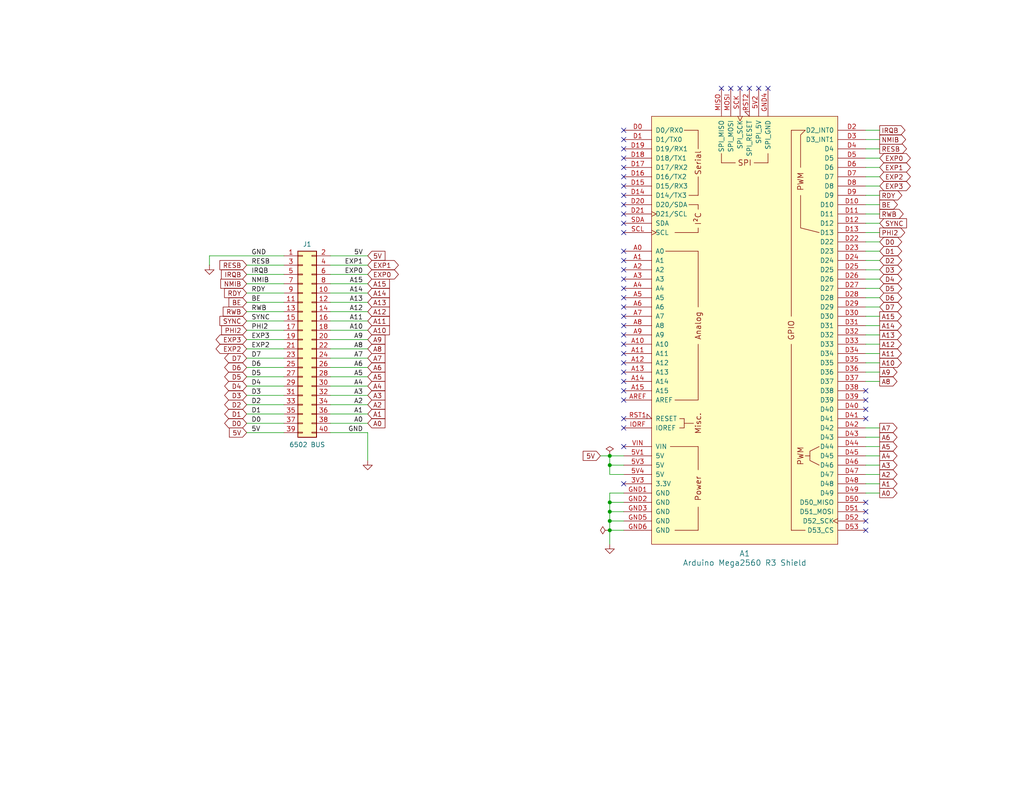
<source format=kicad_sch>
(kicad_sch (version 20250114) (generator "eeschema") (generator_version "9.0")
  (paper "USLetter")
  (title_block (title "6502 Mega Helper") (date "2026-01-10") (rev "1.0") (company "A.C. Wright Design"))
  (lib_symbols
    (symbol "6502 Parts:Arduino Mega2560 R3 Shield" (pin_names (offset 1.016))
      (property "Reference" "A" (at 0 -62.23 0))
      (property "Value" "Arduino Mega2560 R3 Shield" (at 0 -66.04 0))
      (symbol "Arduino Mega2560 R3 Shield_0_0"
        (rectangle (start -25.4 -58.42) (end 25.4 58.42) (fill (type background)))
        (polyline (pts (xy -21.59 21.59) (xy -12.7 21.59)))
        (rectangle (start -20.32 -31.75) (end -12.7 -31.75))
        (rectangle (start -19.05 26.67) (end -12.7 26.67))
        (rectangle (start -19.05 -19.05) (end -12.7 -19.05))
        (rectangle (start -19.05 -54.61) (end -12.7 -54.61))
        (rectangle (start -17.78 -24.13) (end -16.51 -24.13))
        (rectangle (start -17.78 -26.67) (end -16.51 -26.67))
        (rectangle (start -16.51 54.61) (end -12.7 54.61))
        (rectangle (start -16.51 -24.13) (end -16.51 -26.67))
        (rectangle (start -16.51 -25.4) (end -13.97 -25.4))
        (rectangle (start -15.24 36.83) (end -12.7 36.83))
        (rectangle (start -15.24 34.29) (end -12.7 34.29))
        (rectangle (start -12.7 49.53) (end -12.7 54.61))
        (rectangle (start -12.7 41.91) (end -12.7 36.83))
        (rectangle (start -12.7 34.29) (end -12.7 33.02))
        (rectangle (start -12.7 26.67) (end -12.7 27.94))
        (polyline (pts (xy -12.7 6.35) (xy -12.7 21.59)))
        (polyline (pts (xy -12.7 -19.05) (xy -12.7 -3.81)))
        (rectangle (start -12.7 -31.75) (end -12.7 -38.1))
        (rectangle (start -12.7 -54.61) (end -12.7 -48.26))
        (rectangle (start -6.35 48.26) (end -6.35 45.72))
        (rectangle (start -2.54 45.72) (end -6.35 45.72))
        (rectangle (start 6.35 48.26) (end 6.35 45.72))
        (rectangle (start 6.35 45.72) (end 2.54 45.72))
        (polyline (pts (xy 12.7 54.61) (xy 16.51 54.61)))
        (polyline (pts (xy 12.7 -54.61) (xy 16.51 -54.61)))
        (polyline (pts (xy 15.24 44.45) (xy 15.24 53.34) (xy 16.51 54.61)))
        (polyline (pts (xy 15.24 36.83) (xy 15.24 27.94) (xy 20.32 26.67)))
        (polyline (pts (xy 17.78 -34.29) (xy 16.51 -34.29)))
        (polyline (pts (xy 20.32 -31.75) (xy 17.78 -33.02) (xy 17.78 -35.56) (xy 20.32 -36.83)))
        (text "Serial" (at -12.7 45.72 900) (effects (font (size 1.524 1.524))))
        (text "I²C" (at -12.7 30.48 900) (effects (font (size 1.524 1.524))))
        (text "Analog" (at -12.7 1.27 900) (effects (font (size 1.524 1.524))))
        (text "Misc." (at -12.7 -25.4 900) (effects (font (size 1.524 1.524))))
        (text "Power" (at -12.7 -43.18 900) (effects (font (size 1.524 1.524))))
        (text "SPI" (at 0 45.72 0) (effects (font (size 1.524 1.524))))
        (text "PWM" (at 15.24 40.64 900) (effects (font (size 1.524 1.524))))
        (text "PWM" (at 15.24 -34.29 900) (effects (font (size 1.524 1.524))))
      )
      (symbol "Arduino Mega2560 R3 Shield_1_0"
        (rectangle (start 12.7 54.61) (end 12.7 3.81))
        (rectangle (start 12.7 -54.61) (end 12.7 -3.81))
        (text "GPIO" (at 12.7 0 900) (effects (font (size 1.524 1.524))))
      )
      (symbol "Arduino Mega2560 R3 Shield_1_1"
        (pin bidirectional line (at -33.02 54.61 0) (length 7.62) (name "D0/RX0") (number "D0"))
        (pin bidirectional line (at -33.02 52.07 0) (length 7.62) (name "D1/TX0") (number "D1"))
        (pin bidirectional line (at -33.02 49.53 0) (length 7.62) (name "D19/RX1") (number "D19"))
        (pin bidirectional line (at -33.02 46.99 0) (length 7.62) (name "D18/TX1") (number "D18"))
        (pin bidirectional line (at -33.02 44.45 0) (length 7.62) (name "D17/RX2") (number "D17"))
        (pin bidirectional line (at -33.02 41.91 0) (length 7.62) (name "D16/TX2") (number "D16"))
        (pin bidirectional line (at -33.02 39.37 0) (length 7.62) (name "D15/RX3") (number "D15"))
        (pin bidirectional line (at -33.02 36.83 0) (length 7.62) (name "D14/TX3") (number "D14"))
        (pin bidirectional line (at -33.02 34.29 0) (length 7.62) (name "D20/SDA") (number "D20"))
        (pin bidirectional clock (at -33.02 31.75 0) (length 7.62) (name "D21/SCL") (number "D21"))
        (pin bidirectional line (at -33.02 29.21 0) (length 7.62) (name "SDA") (number "SDA"))
        (pin bidirectional clock (at -33.02 26.67 0) (length 7.62) (name "SCL") (number "SCL"))
        (pin bidirectional line (at -33.02 21.59 0) (length 7.62) (name "A0") (number "A0"))
        (pin bidirectional line (at -33.02 19.05 0) (length 7.62) (name "A1") (number "A1"))
        (pin bidirectional line (at -33.02 16.51 0) (length 7.62) (name "A2") (number "A2"))
        (pin bidirectional line (at -33.02 13.97 0) (length 7.62) (name "A3") (number "A3"))
        (pin bidirectional line (at -33.02 11.43 0) (length 7.62) (name "A4") (number "A4"))
        (pin bidirectional line (at -33.02 8.89 0) (length 7.62) (name "A5") (number "A5"))
        (pin bidirectional line (at -33.02 6.35 0) (length 7.62) (name "A6") (number "A6"))
        (pin bidirectional line (at -33.02 3.81 0) (length 7.62) (name "A7") (number "A7"))
        (pin bidirectional line (at -33.02 1.27 0) (length 7.62) (name "A8") (number "A8"))
        (pin bidirectional line (at -33.02 -1.27 0) (length 7.62) (name "A9") (number "A9"))
        (pin bidirectional line (at -33.02 -3.81 0) (length 7.62) (name "A10") (number "A10"))
        (pin bidirectional line (at -33.02 -6.35 0) (length 7.62) (name "A11") (number "A11"))
        (pin bidirectional line (at -33.02 -8.89 0) (length 7.62) (name "A12") (number "A12"))
        (pin bidirectional line (at -33.02 -11.43 0) (length 7.62) (name "A13") (number "A13"))
        (pin bidirectional line (at -33.02 -13.97 0) (length 7.62) (name "A14") (number "A14"))
        (pin bidirectional line (at -33.02 -16.51 0) (length 7.62) (name "A15") (number "A15"))
        (pin input line (at -33.02 -19.05 0) (length 7.62) (name "AREF") (number "AREF"))
        (pin open_collector input_low (at -33.02 -24.13 0) (length 7.62) (name "RESET") (number "RST1"))
        (pin output line (at -33.02 -26.67 0) (length 7.62) (name "IOREF") (number "IORF"))
        (pin power_in line (at -33.02 -31.75 0) (length 7.62) (name "VIN") (number "VIN"))
        (pin power_in line (at -33.02 -34.29 0) (length 7.62) (name "5V") (number "5V1"))
        (pin power_in line (at -33.02 -36.83 0) (length 7.62) (name "5V") (number "5V3"))
        (pin power_in line (at -33.02 -39.37 0) (length 7.62) (name "5V") (number "5V4"))
        (pin power_out line (at -33.02 -41.91 0) (length 7.62) (name "3.3V") (number "3V3"))
        (pin power_in line (at -33.02 -44.45 0) (length 7.62) (name "GND") (number "GND1"))
        (pin power_in line (at -33.02 -46.99 0) (length 7.62) (name "GND") (number "GND2"))
        (pin power_in line (at -33.02 -49.53 0) (length 7.62) (name "GND") (number "GND3"))
        (pin power_in line (at -33.02 -52.07 0) (length 7.62) (name "GND") (number "GND5"))
        (pin power_in line (at -33.02 -54.61 0) (length 7.62) (name "GND") (number "GND6"))
        (pin input line (at -6.35 66.04 270) (length 7.62) (name "SPI_MISO") (number "MISO"))
        (pin output line (at -3.81 66.04 270) (length 7.62) (name "SPI_MOSI") (number "MOSI"))
        (pin output clock (at -1.27 66.04 270) (length 7.62) (name "SPI_SCK") (number "SCK"))
        (pin open_collector input_low (at 1.27 66.04 270) (length 7.62) (name "SPI_RESET") (number "RST2"))
        (pin power_in line (at 3.81 66.04 270) (length 7.62) (name "SPI_5V") (number "5V2"))
        (pin power_in line (at 6.35 66.04 270) (length 7.62) (name "SPI_GND") (number "GND4"))
        (pin bidirectional line (at 33.02 54.61 180) (length 7.62) (name "D2_INT0") (number "D2"))
        (pin bidirectional line (at 33.02 52.07 180) (length 7.62) (name "D3_INT1") (number "D3"))
        (pin bidirectional line (at 33.02 49.53 180) (length 7.62) (name "D4") (number "D4"))
        (pin bidirectional line (at 33.02 46.99 180) (length 7.62) (name "D5") (number "D5"))
        (pin bidirectional line (at 33.02 44.45 180) (length 7.62) (name "D6") (number "D6"))
        (pin bidirectional line (at 33.02 41.91 180) (length 7.62) (name "D7") (number "D7"))
        (pin bidirectional line (at 33.02 39.37 180) (length 7.62) (name "D8") (number "D8"))
        (pin bidirectional line (at 33.02 36.83 180) (length 7.62) (name "D9") (number "D9"))
        (pin bidirectional line (at 33.02 34.29 180) (length 7.62) (name "D10") (number "D10"))
        (pin bidirectional line (at 33.02 31.75 180) (length 7.62) (name "D11") (number "D11"))
        (pin bidirectional line (at 33.02 29.21 180) (length 7.62) (name "D12") (number "D12"))
        (pin bidirectional line (at 33.02 26.67 180) (length 7.62) (name "D13") (number "D13"))
        (pin bidirectional line (at 33.02 24.13 180) (length 7.62) (name "D22") (number "D22"))
        (pin bidirectional line (at 33.02 21.59 180) (length 7.62) (name "D23") (number "D23"))
        (pin bidirectional line (at 33.02 19.05 180) (length 7.62) (name "D24") (number "D24"))
        (pin bidirectional line (at 33.02 16.51 180) (length 7.62) (name "D25") (number "D25"))
        (pin bidirectional line (at 33.02 13.97 180) (length 7.62) (name "D26") (number "D26"))
        (pin bidirectional line (at 33.02 11.43 180) (length 7.62) (name "D27") (number "D27"))
        (pin bidirectional line (at 33.02 8.89 180) (length 7.62) (name "D28") (number "D28"))
        (pin bidirectional line (at 33.02 6.35 180) (length 7.62) (name "D29") (number "D29"))
        (pin bidirectional line (at 33.02 3.81 180) (length 7.62) (name "D30") (number "D30"))
        (pin bidirectional line (at 33.02 1.27 180) (length 7.62) (name "D31") (number "D31"))
        (pin bidirectional line (at 33.02 -1.27 180) (length 7.62) (name "D32") (number "D32"))
        (pin bidirectional line (at 33.02 -3.81 180) (length 7.62) (name "D33") (number "D33"))
        (pin bidirectional line (at 33.02 -6.35 180) (length 7.62) (name "D34") (number "D34"))
        (pin bidirectional line (at 33.02 -8.89 180) (length 7.62) (name "D35") (number "D35"))
        (pin bidirectional line (at 33.02 -11.43 180) (length 7.62) (name "D36") (number "D36"))
        (pin bidirectional line (at 33.02 -13.97 180) (length 7.62) (name "D37") (number "D37"))
        (pin bidirectional line (at 33.02 -16.51 180) (length 7.62) (name "D38") (number "D38"))
        (pin bidirectional line (at 33.02 -19.05 180) (length 7.62) (name "D39") (number "D39"))
        (pin bidirectional line (at 33.02 -21.59 180) (length 7.62) (name "D40") (number "D40"))
        (pin bidirectional line (at 33.02 -24.13 180) (length 7.62) (name "D41") (number "D41"))
        (pin bidirectional line (at 33.02 -26.67 180) (length 7.62) (name "D42") (number "D42"))
        (pin bidirectional line (at 33.02 -29.21 180) (length 7.62) (name "D43") (number "D43"))
        (pin bidirectional line (at 33.02 -31.75 180) (length 7.62) (name "D44") (number "D44"))
        (pin bidirectional line (at 33.02 -34.29 180) (length 7.62) (name "D45") (number "D45"))
        (pin bidirectional line (at 33.02 -36.83 180) (length 7.62) (name "D46") (number "D46"))
        (pin bidirectional line (at 33.02 -39.37 180) (length 7.62) (name "D47") (number "D47"))
        (pin bidirectional line (at 33.02 -41.91 180) (length 7.62) (name "D48") (number "D48"))
        (pin bidirectional line (at 33.02 -44.45 180) (length 7.62) (name "D49") (number "D49"))
        (pin bidirectional line (at 33.02 -46.99 180) (length 7.62) (name "D50_MISO") (number "D50"))
        (pin bidirectional line (at 33.02 -49.53 180) (length 7.62) (name "D51_MOSI") (number "D51"))
        (pin bidirectional clock (at 33.02 -52.07 180) (length 7.62) (name "D52_SCK") (number "D52"))
        (pin bidirectional line (at 33.02 -54.61 180) (length 7.62) (name "D53_CS") (number "D53"))
      )
    )
    (symbol "Connector_Generic:Conn_02x20_Odd_Even" (pin_names (offset 1.016) (hide yes))
      (property "Reference" "J" (at 1.27 25.4 0))
      (property "Value" "Conn_02x20_Odd_Even" (at 1.27 -27.94 0))
      (symbol "Conn_02x20_Odd_Even_1_1"
        (rectangle (start -1.27 24.13) (end 3.81 -26.67) (stroke (width 0.254)) (fill (type background)))
        (rectangle (start -1.27 22.987) (end 0 22.733) (stroke (width 0.1524)))
        (rectangle (start -1.27 20.447) (end 0 20.193) (stroke (width 0.1524)))
        (rectangle (start -1.27 17.907) (end 0 17.653) (stroke (width 0.1524)))
        (rectangle (start -1.27 15.367) (end 0 15.113) (stroke (width 0.1524)))
        (rectangle (start -1.27 12.827) (end 0 12.573) (stroke (width 0.1524)))
        (rectangle (start -1.27 10.287) (end 0 10.033) (stroke (width 0.1524)))
        (rectangle (start -1.27 7.747) (end 0 7.493) (stroke (width 0.1524)))
        (rectangle (start -1.27 5.207) (end 0 4.953) (stroke (width 0.1524)))
        (rectangle (start -1.27 2.667) (end 0 2.413) (stroke (width 0.1524)))
        (rectangle (start -1.27 0.127) (end 0 -0.127) (stroke (width 0.1524)))
        (rectangle (start -1.27 -2.413) (end 0 -2.667) (stroke (width 0.1524)))
        (rectangle (start -1.27 -4.953) (end 0 -5.207) (stroke (width 0.1524)))
        (rectangle (start -1.27 -7.493) (end 0 -7.747) (stroke (width 0.1524)))
        (rectangle (start -1.27 -10.033) (end 0 -10.287) (stroke (width 0.1524)))
        (rectangle (start -1.27 -12.573) (end 0 -12.827) (stroke (width 0.1524)))
        (rectangle (start -1.27 -15.113) (end 0 -15.367) (stroke (width 0.1524)))
        (rectangle (start -1.27 -17.653) (end 0 -17.907) (stroke (width 0.1524)))
        (rectangle (start -1.27 -20.193) (end 0 -20.447) (stroke (width 0.1524)))
        (rectangle (start -1.27 -22.733) (end 0 -22.987) (stroke (width 0.1524)))
        (rectangle (start -1.27 -25.273) (end 0 -25.527) (stroke (width 0.1524)))
        (rectangle (start 3.81 22.987) (end 2.54 22.733) (stroke (width 0.1524)))
        (rectangle (start 3.81 20.447) (end 2.54 20.193) (stroke (width 0.1524)))
        (rectangle (start 3.81 17.907) (end 2.54 17.653) (stroke (width 0.1524)))
        (rectangle (start 3.81 15.367) (end 2.54 15.113) (stroke (width 0.1524)))
        (rectangle (start 3.81 12.827) (end 2.54 12.573) (stroke (width 0.1524)))
        (rectangle (start 3.81 10.287) (end 2.54 10.033) (stroke (width 0.1524)))
        (rectangle (start 3.81 7.747) (end 2.54 7.493) (stroke (width 0.1524)))
        (rectangle (start 3.81 5.207) (end 2.54 4.953) (stroke (width 0.1524)))
        (rectangle (start 3.81 2.667) (end 2.54 2.413) (stroke (width 0.1524)))
        (rectangle (start 3.81 0.127) (end 2.54 -0.127) (stroke (width 0.1524)))
        (rectangle (start 3.81 -2.413) (end 2.54 -2.667) (stroke (width 0.1524)))
        (rectangle (start 3.81 -4.953) (end 2.54 -5.207) (stroke (width 0.1524)))
        (rectangle (start 3.81 -7.493) (end 2.54 -7.747) (stroke (width 0.1524)))
        (rectangle (start 3.81 -10.033) (end 2.54 -10.287) (stroke (width 0.1524)))
        (rectangle (start 3.81 -12.573) (end 2.54 -12.827) (stroke (width 0.1524)))
        (rectangle (start 3.81 -15.113) (end 2.54 -15.367) (stroke (width 0.1524)))
        (rectangle (start 3.81 -17.653) (end 2.54 -17.907) (stroke (width 0.1524)))
        (rectangle (start 3.81 -20.193) (end 2.54 -20.447) (stroke (width 0.1524)))
        (rectangle (start 3.81 -22.733) (end 2.54 -22.987) (stroke (width 0.1524)))
        (rectangle (start 3.81 -25.273) (end 2.54 -25.527) (stroke (width 0.1524)))
        (pin passive line (at -5.08 22.86 0) (length 3.81) (name "Pin_1") (number "1"))
        (pin passive line (at -5.08 20.32 0) (length 3.81) (name "Pin_3") (number "3"))
        (pin passive line (at -5.08 17.78 0) (length 3.81) (name "Pin_5") (number "5"))
        (pin passive line (at -5.08 15.24 0) (length 3.81) (name "Pin_7") (number "7"))
        (pin passive line (at -5.08 12.7 0) (length 3.81) (name "Pin_9") (number "9"))
        (pin passive line (at -5.08 10.16 0) (length 3.81) (name "Pin_11") (number "11"))
        (pin passive line (at -5.08 7.62 0) (length 3.81) (name "Pin_13") (number "13"))
        (pin passive line (at -5.08 5.08 0) (length 3.81) (name "Pin_15") (number "15"))
        (pin passive line (at -5.08 2.54 0) (length 3.81) (name "Pin_17") (number "17"))
        (pin passive line (at -5.08 0 0) (length 3.81) (name "Pin_19") (number "19"))
        (pin passive line (at -5.08 -2.54 0) (length 3.81) (name "Pin_21") (number "21"))
        (pin passive line (at -5.08 -5.08 0) (length 3.81) (name "Pin_23") (number "23"))
        (pin passive line (at -5.08 -7.62 0) (length 3.81) (name "Pin_25") (number "25"))
        (pin passive line (at -5.08 -10.16 0) (length 3.81) (name "Pin_27") (number "27"))
        (pin passive line (at -5.08 -12.7 0) (length 3.81) (name "Pin_29") (number "29"))
        (pin passive line (at -5.08 -15.24 0) (length 3.81) (name "Pin_31") (number "31"))
        (pin passive line (at -5.08 -17.78 0) (length 3.81) (name "Pin_33") (number "33"))
        (pin passive line (at -5.08 -20.32 0) (length 3.81) (name "Pin_35") (number "35"))
        (pin passive line (at -5.08 -22.86 0) (length 3.81) (name "Pin_37") (number "37"))
        (pin passive line (at -5.08 -25.4 0) (length 3.81) (name "Pin_39") (number "39"))
        (pin passive line (at 7.62 22.86 180) (length 3.81) (name "Pin_2") (number "2"))
        (pin passive line (at 7.62 20.32 180) (length 3.81) (name "Pin_4") (number "4"))
        (pin passive line (at 7.62 17.78 180) (length 3.81) (name "Pin_6") (number "6"))
        (pin passive line (at 7.62 15.24 180) (length 3.81) (name "Pin_8") (number "8"))
        (pin passive line (at 7.62 12.7 180) (length 3.81) (name "Pin_10") (number "10"))
        (pin passive line (at 7.62 10.16 180) (length 3.81) (name "Pin_12") (number "12"))
        (pin passive line (at 7.62 7.62 180) (length 3.81) (name "Pin_14") (number "14"))
        (pin passive line (at 7.62 5.08 180) (length 3.81) (name "Pin_16") (number "16"))
        (pin passive line (at 7.62 2.54 180) (length 3.81) (name "Pin_18") (number "18"))
        (pin passive line (at 7.62 0 180) (length 3.81) (name "Pin_20") (number "20"))
        (pin passive line (at 7.62 -2.54 180) (length 3.81) (name "Pin_22") (number "22"))
        (pin passive line (at 7.62 -5.08 180) (length 3.81) (name "Pin_24") (number "24"))
        (pin passive line (at 7.62 -7.62 180) (length 3.81) (name "Pin_26") (number "26"))
        (pin passive line (at 7.62 -10.16 180) (length 3.81) (name "Pin_28") (number "28"))
        (pin passive line (at 7.62 -12.7 180) (length 3.81) (name "Pin_30") (number "30"))
        (pin passive line (at 7.62 -15.24 180) (length 3.81) (name "Pin_32") (number "32"))
        (pin passive line (at 7.62 -17.78 180) (length 3.81) (name "Pin_34") (number "34"))
        (pin passive line (at 7.62 -20.32 180) (length 3.81) (name "Pin_36") (number "36"))
        (pin passive line (at 7.62 -22.86 180) (length 3.81) (name "Pin_38") (number "38"))
        (pin passive line (at 7.62 -25.4 180) (length 3.81) (name "Pin_40") (number "40"))
      )
    )
    (symbol "power:GND" (power) (pin_numbers (hide yes)) (pin_names (offset 0) (hide yes))
      (property "Value" "GND" (at 0 -3.81 0))
      (symbol "GND_0_1"
        (polyline (pts (xy 0 0) (xy 0 -1.27) (xy 1.27 -1.27) (xy 0 -2.54) (xy -1.27 -1.27) (xy 0 -1.27)))
      )
      (symbol "GND_1_1"
        (pin power_in line (at 0 0 270) (length 0) (name "~") (number "1"))
      )
    )
    (symbol "power:PWR_FLAG" (power) (pin_numbers (hide yes)) (pin_names (offset 0) (hide yes))
      (property "Value" "PWR_FLAG" (at 0 3.81 0))
      (symbol "PWR_FLAG_0_0"
        (pin power_out line (at 0 0 90) (length 0) (name "~") (number "1"))
      )
      (symbol "PWR_FLAG_0_1"
        (polyline (pts (xy 0 0) (xy 0 1.27) (xy -1.016 1.905) (xy 0 2.54) (xy 1.016 1.905) (xy 0 1.27)))
      )
    )
  )
  (junction (at 166.37 139.7))
  (junction (at 166.37 137.16))
  (junction (at 166.37 124.46))
  (junction (at 166.37 144.78))
  (junction (at 166.37 142.24))
  (junction (at 166.37 127))
  (no_connect (at 170.18 53.34))
  (no_connect (at 170.18 83.82))
  (no_connect (at 207.01 24.13))
  (no_connect (at 201.93 24.13))
  (no_connect (at 170.18 45.72))
  (no_connect (at 204.47 24.13))
  (no_connect (at 170.18 38.1))
  (no_connect (at 170.18 76.2))
  (no_connect (at 170.18 48.26))
  (no_connect (at 170.18 116.84))
  (no_connect (at 170.18 132.08))
  (no_connect (at 170.18 60.96))
  (no_connect (at 170.18 58.42))
  (no_connect (at 236.22 142.24))
  (no_connect (at 170.18 109.22))
  (no_connect (at 170.18 121.92))
  (no_connect (at 170.18 96.52))
  (no_connect (at 236.22 111.76))
  (no_connect (at 170.18 55.88))
  (no_connect (at 170.18 81.28))
  (no_connect (at 170.18 35.56))
  (no_connect (at 170.18 86.36))
  (no_connect (at 170.18 106.68))
  (no_connect (at 170.18 101.6))
  (no_connect (at 196.85 24.13))
  (no_connect (at 170.18 73.66))
  (no_connect (at 170.18 93.98))
  (no_connect (at 170.18 99.06))
  (no_connect (at 236.22 114.3))
  (no_connect (at 170.18 68.58))
  (no_connect (at 170.18 63.5))
  (no_connect (at 236.22 144.78))
  (no_connect (at 209.55 24.13))
  (no_connect (at 236.22 137.16))
  (no_connect (at 199.39 24.13))
  (no_connect (at 170.18 91.44))
  (no_connect (at 170.18 50.8))
  (no_connect (at 170.18 43.18))
  (no_connect (at 170.18 114.3))
  (no_connect (at 236.22 109.22))
  (no_connect (at 170.18 88.9))
  (no_connect (at 170.18 78.74))
  (no_connect (at 170.18 40.64))
  (no_connect (at 170.18 104.14))
  (no_connect (at 170.18 71.12))
  (no_connect (at 236.22 139.7))
  (no_connect (at 236.22 106.68))
  (wire (pts (xy 67.31 80.01) (xy 77.47 80.01)))
  (wire (pts (xy 236.22 53.34) (xy 240.03 53.34)))
  (wire (pts (xy 166.37 142.24) (xy 166.37 144.78)))
  (wire (pts (xy 67.31 95.25) (xy 77.47 95.25)))
  (wire (pts (xy 90.17 102.87) (xy 100.33 102.87)))
  (wire (pts (xy 77.47 97.79) (xy 67.31 97.79)))
  (wire (pts (xy 57.15 69.85) (xy 77.47 69.85)))
  (wire (pts (xy 236.22 40.64) (xy 240.03 40.64)))
  (wire (pts (xy 236.22 116.84) (xy 240.03 116.84)))
  (wire (pts (xy 100.33 80.01) (xy 90.17 80.01)))
  (wire (pts (xy 236.22 73.66) (xy 240.03 73.66)))
  (wire (pts (xy 236.22 45.72) (xy 240.03 45.72)))
  (wire (pts (xy 236.22 91.44) (xy 240.03 91.44)))
  (wire (pts (xy 90.17 107.95) (xy 100.33 107.95)))
  (wire (pts (xy 236.22 88.9) (xy 240.03 88.9)))
  (wire (pts (xy 166.37 127) (xy 166.37 129.54)))
  (wire (pts (xy 166.37 144.78) (xy 170.18 144.78)))
  (wire (pts (xy 67.31 118.11) (xy 77.47 118.11)))
  (wire (pts (xy 236.22 132.08) (xy 240.03 132.08)))
  (wire (pts (xy 67.31 100.33) (xy 77.47 100.33)))
  (wire (pts (xy 57.15 72.39) (xy 57.15 69.85)))
  (wire (pts (xy 236.22 55.88) (xy 240.03 55.88)))
  (wire (pts (xy 236.22 86.36) (xy 240.03 86.36)))
  (wire (pts (xy 77.47 107.95) (xy 67.31 107.95)))
  (wire (pts (xy 67.31 74.93) (xy 77.47 74.93)))
  (wire (pts (xy 77.47 82.55) (xy 67.31 82.55)))
  (wire (pts (xy 163.83 124.46) (xy 166.37 124.46)))
  (wire (pts (xy 236.22 71.12) (xy 240.03 71.12)))
  (wire (pts (xy 236.22 134.62) (xy 240.03 134.62)))
  (wire (pts (xy 236.22 96.52) (xy 240.03 96.52)))
  (wire (pts (xy 90.17 87.63) (xy 100.33 87.63)))
  (wire (pts (xy 236.22 129.54) (xy 240.03 129.54)))
  (wire (pts (xy 67.31 115.57) (xy 77.47 115.57)))
  (wire (pts (xy 236.22 58.42) (xy 240.03 58.42)))
  (wire (pts (xy 100.33 90.17) (xy 90.17 90.17)))
  (wire (pts (xy 77.47 102.87) (xy 67.31 102.87)))
  (wire (pts (xy 236.22 124.46) (xy 240.03 124.46)))
  (wire (pts (xy 100.33 118.11) (xy 100.33 125.73)))
  (wire (pts (xy 236.22 66.04) (xy 240.03 66.04)))
  (wire (pts (xy 100.33 74.93) (xy 90.17 74.93)))
  (wire (pts (xy 100.33 85.09) (xy 90.17 85.09)))
  (wire (pts (xy 77.47 87.63) (xy 67.31 87.63)))
  (wire (pts (xy 166.37 129.54) (xy 170.18 129.54)))
  (wire (pts (xy 67.31 110.49) (xy 77.47 110.49)))
  (wire (pts (xy 236.22 60.96) (xy 240.03 60.96)))
  (wire (pts (xy 100.33 115.57) (xy 90.17 115.57)))
  (wire (pts (xy 90.17 77.47) (xy 100.33 77.47)))
  (wire (pts (xy 236.22 104.14) (xy 240.03 104.14)))
  (wire (pts (xy 67.31 77.47) (xy 77.47 77.47)))
  (wire (pts (xy 166.37 124.46) (xy 170.18 124.46)))
  (wire (pts (xy 236.22 81.28) (xy 240.03 81.28)))
  (wire (pts (xy 236.22 63.5) (xy 240.03 63.5)))
  (wire (pts (xy 90.17 72.39) (xy 100.33 72.39)))
  (wire (pts (xy 166.37 137.16) (xy 170.18 137.16)))
  (wire (pts (xy 236.22 119.38) (xy 240.03 119.38)))
  (wire (pts (xy 236.22 101.6) (xy 240.03 101.6)))
  (wire (pts (xy 77.47 92.71) (xy 67.31 92.71)))
  (wire (pts (xy 90.17 113.03) (xy 100.33 113.03)))
  (wire (pts (xy 90.17 82.55) (xy 100.33 82.55)))
  (wire (pts (xy 166.37 139.7) (xy 170.18 139.7)))
  (wire (pts (xy 236.22 127) (xy 240.03 127)))
  (wire (pts (xy 166.37 124.46) (xy 166.37 127)))
  (wire (pts (xy 100.33 100.33) (xy 90.17 100.33)))
  (wire (pts (xy 236.22 43.18) (xy 240.03 43.18)))
  (wire (pts (xy 90.17 92.71) (xy 100.33 92.71)))
  (wire (pts (xy 236.22 76.2) (xy 240.03 76.2)))
  (wire (pts (xy 166.37 134.62) (xy 166.37 137.16)))
  (wire (pts (xy 67.31 85.09) (xy 77.47 85.09)))
  (wire (pts (xy 236.22 121.92) (xy 240.03 121.92)))
  (wire (pts (xy 236.22 48.26) (xy 240.03 48.26)))
  (wire (pts (xy 166.37 139.7) (xy 166.37 142.24)))
  (wire (pts (xy 236.22 50.8) (xy 240.03 50.8)))
  (wire (pts (xy 67.31 90.17) (xy 77.47 90.17)))
  (wire (pts (xy 236.22 35.56) (xy 240.03 35.56)))
  (wire (pts (xy 166.37 127) (xy 170.18 127)))
  (wire (pts (xy 77.47 113.03) (xy 67.31 113.03)))
  (wire (pts (xy 170.18 134.62) (xy 166.37 134.62)))
  (wire (pts (xy 166.37 144.78) (xy 166.37 148.59)))
  (wire (pts (xy 90.17 118.11) (xy 100.33 118.11)))
  (wire (pts (xy 236.22 68.58) (xy 240.03 68.58)))
  (wire (pts (xy 236.22 83.82) (xy 240.03 83.82)))
  (wire (pts (xy 100.33 105.41) (xy 90.17 105.41)))
  (wire (pts (xy 236.22 99.06) (xy 240.03 99.06)))
  (wire (pts (xy 90.17 69.85) (xy 100.33 69.85)))
  (wire (pts (xy 67.31 105.41) (xy 77.47 105.41)))
  (wire (pts (xy 166.37 142.24) (xy 170.18 142.24)))
  (wire (pts (xy 236.22 38.1) (xy 240.03 38.1)))
  (wire (pts (xy 166.37 137.16) (xy 166.37 139.7)))
  (wire (pts (xy 100.33 95.25) (xy 90.17 95.25)))
  (wire (pts (xy 236.22 93.98) (xy 240.03 93.98)))
  (wire (pts (xy 67.31 72.39) (xy 77.47 72.39)))
  (wire (pts (xy 90.17 97.79) (xy 100.33 97.79)))
  (wire (pts (xy 236.22 78.74) (xy 240.03 78.74)))
  (wire (pts (xy 100.33 110.49) (xy 90.17 110.49)))
  (label "A5" (at 99.06 102.87 180))
  (label "EXP0" (at 99.06 74.93 180))
  (label "A4" (at 99.06 105.41 180))
  (label "RDY" (at 68.58 80.01 0))
  (label "RESB" (at 68.58 72.39 0))
  (label "BE" (at 68.58 82.55 0))
  (label "PHI2" (at 68.58 90.17 0))
  (label "EXP3" (at 68.58 92.71 0))
  (label "A8" (at 99.06 95.25 180))
  (label "A15" (at 99.06 77.47 180))
  (label "D2" (at 68.58 110.49 0))
  (label "D4" (at 68.58 105.41 0))
  (label "A0" (at 99.06 115.57 180))
  (label "D5" (at 68.58 102.87 0))
  (label "A12" (at 99.06 85.09 180))
  (label "A11" (at 99.06 87.63 180))
  (label "D6" (at 68.58 100.33 0))
  (label "GND" (at 68.58 69.85 0))
  (label "IRQB" (at 68.58 74.93 0))
  (label "EXP1" (at 99.06 72.39 180))
  (label "D1" (at 68.58 113.03 0))
  (label "A7" (at 99.06 97.79 180))
  (label "RWB" (at 68.58 85.09 0))
  (label "D7" (at 68.58 97.79 0))
  (label "5V" (at 68.58 118.11 0))
  (label "D0" (at 68.58 115.57 0))
  (label "A9" (at 99.06 92.71 180))
  (label "5V" (at 99.06 69.85 180))
  (label "A3" (at 99.06 107.95 180))
  (label "A2" (at 99.06 110.49 180))
  (label "A6" (at 99.06 100.33 180))
  (label "NMIB" (at 68.58 77.47 0))
  (label "A1" (at 99.06 113.03 180))
  (label "A13" (at 99.06 82.55 180))
  (label "GND" (at 99.06 118.11 180))
  (label "EXP2" (at 68.58 95.25 0))
  (label "SYNC" (at 68.58 87.63 0))
  (label "A10" (at 99.06 90.17 180))
  (label "D3" (at 68.58 107.95 0))
  (label "A14" (at 99.06 80.01 180))
  (global_label "A3" (shape output) (at 240.03 127 0) (property "Intersheetrefs" "${INTERSHEET_REFS}" (effects (hide yes))))
  (global_label "A13" (shape output) (at 240.03 91.44 0) (property "Intersheetrefs" "${INTERSHEET_REFS}" (effects (hide yes))))
  (global_label "5V" (shape input) (at 67.31 118.11 180) (property "Intersheetrefs" "${INTERSHEET_REFS}" (effects (hide yes))))
  (global_label "A9" (shape output) (at 240.03 101.6 0) (property "Intersheetrefs" "${INTERSHEET_REFS}" (effects (hide yes))))
  (global_label "A14" (shape input) (at 100.33 80.01 0) (property "Intersheetrefs" "${INTERSHEET_REFS}" (effects (hide yes))))
  (global_label "D2" (shape bidirectional) (at 67.31 110.49 180) (property "Intersheetrefs" "${INTERSHEET_REFS}" (effects (hide yes))))
  (global_label "NMIB" (shape output) (at 240.03 38.1 0) (property "Intersheetrefs" "${INTERSHEET_REFS}" (effects (hide yes))))
  (global_label "D1" (shape bidirectional) (at 67.31 113.03 180) (property "Intersheetrefs" "${INTERSHEET_REFS}" (effects (hide yes))))
  (global_label "A8" (shape output) (at 240.03 104.14 0) (property "Intersheetrefs" "${INTERSHEET_REFS}" (effects (hide yes))))
  (global_label "A10" (shape output) (at 240.03 99.06 0) (property "Intersheetrefs" "${INTERSHEET_REFS}" (effects (hide yes))))
  (global_label "SYNC" (shape input) (at 240.03 60.96 0) (property "Intersheetrefs" "${INTERSHEET_REFS}" (effects (hide yes))))
  (global_label "PHI2" (shape output) (at 240.03 63.5 0) (property "Intersheetrefs" "${INTERSHEET_REFS}" (effects (hide yes))))
  (global_label "A1" (shape input) (at 100.33 113.03 0) (property "Intersheetrefs" "${INTERSHEET_REFS}" (effects (hide yes))))
  (global_label "A12" (shape input) (at 100.33 85.09 0) (property "Intersheetrefs" "${INTERSHEET_REFS}" (effects (hide yes))))
  (global_label "A6" (shape output) (at 240.03 119.38 0) (property "Intersheetrefs" "${INTERSHEET_REFS}" (effects (hide yes))))
  (global_label "5V" (shape input) (at 163.83 124.46 180) (property "Intersheetrefs" "${INTERSHEET_REFS}" (effects (hide yes))))
  (global_label "A3" (shape input) (at 100.33 107.95 0) (property "Intersheetrefs" "${INTERSHEET_REFS}" (effects (hide yes))))
  (global_label "A5" (shape output) (at 240.03 121.92 0) (property "Intersheetrefs" "${INTERSHEET_REFS}" (effects (hide yes))))
  (global_label "EXP0" (shape bidirectional) (at 240.03 43.18 0) (property "Intersheetrefs" "${INTERSHEET_REFS}" (effects (hide yes))))
  (global_label "A1" (shape output) (at 240.03 132.08 0) (property "Intersheetrefs" "${INTERSHEET_REFS}" (effects (hide yes))))
  (global_label "D0" (shape bidirectional) (at 67.31 115.57 180) (property "Intersheetrefs" "${INTERSHEET_REFS}" (effects (hide yes))))
  (global_label "BE" (shape output) (at 240.03 55.88 0) (property "Intersheetrefs" "${INTERSHEET_REFS}" (effects (hide yes))))
  (global_label "A0" (shape output) (at 240.03 134.62 0) (property "Intersheetrefs" "${INTERSHEET_REFS}" (effects (hide yes))))
  (global_label "RDY" (shape output) (at 240.03 53.34 0) (property "Intersheetrefs" "${INTERSHEET_REFS}" (effects (hide yes))))
  (global_label "EXP3" (shape bidirectional) (at 67.31 92.71 180) (property "Intersheetrefs" "${INTERSHEET_REFS}" (effects (hide yes))))
  (global_label "D0" (shape bidirectional) (at 240.03 66.04 0) (property "Intersheetrefs" "${INTERSHEET_REFS}" (effects (hide yes))))
  (global_label "A2" (shape output) (at 240.03 129.54 0) (property "Intersheetrefs" "${INTERSHEET_REFS}" (effects (hide yes))))
  (global_label "EXP2" (shape bidirectional) (at 240.03 48.26 0) (property "Intersheetrefs" "${INTERSHEET_REFS}" (effects (hide yes))))
  (global_label "NMIB" (shape input) (at 67.31 77.47 180) (property "Intersheetrefs" "${INTERSHEET_REFS}" (effects (hide yes))))
  (global_label "PHI2" (shape input) (at 67.31 90.17 180) (property "Intersheetrefs" "${INTERSHEET_REFS}" (effects (hide yes))))
  (global_label "EXP1" (shape bidirectional) (at 100.33 72.39 0) (property "Intersheetrefs" "${INTERSHEET_REFS}" (effects (hide yes))))
  (global_label "A14" (shape output) (at 240.03 88.9 0) (property "Intersheetrefs" "${INTERSHEET_REFS}" (effects (hide yes))))
  (global_label "A8" (shape input) (at 100.33 95.25 0) (property "Intersheetrefs" "${INTERSHEET_REFS}" (effects (hide yes))))
  (global_label "RWB" (shape output) (at 240.03 58.42 0) (property "Intersheetrefs" "${INTERSHEET_REFS}" (effects (hide yes))))
  (global_label "RESB" (shape output) (at 240.03 40.64 0) (property "Intersheetrefs" "${INTERSHEET_REFS}" (effects (hide yes))))
  (global_label "D5" (shape bidirectional) (at 67.31 102.87 180) (property "Intersheetrefs" "${INTERSHEET_REFS}" (effects (hide yes))))
  (global_label "A12" (shape output) (at 240.03 93.98 0) (property "Intersheetrefs" "${INTERSHEET_REFS}" (effects (hide yes))))
  (global_label "A0" (shape input) (at 100.33 115.57 0) (property "Intersheetrefs" "${INTERSHEET_REFS}" (effects (hide yes))))
  (global_label "D4" (shape bidirectional) (at 240.03 76.2 0) (property "Intersheetrefs" "${INTERSHEET_REFS}" (effects (hide yes))))
  (global_label "D3" (shape bidirectional) (at 240.03 73.66 0) (property "Intersheetrefs" "${INTERSHEET_REFS}" (effects (hide yes))))
  (global_label "A11" (shape input) (at 100.33 87.63 0) (property "Intersheetrefs" "${INTERSHEET_REFS}" (effects (hide yes))))
  (global_label "EXP3" (shape bidirectional) (at 240.03 50.8 0) (property "Intersheetrefs" "${INTERSHEET_REFS}" (effects (hide yes))))
  (global_label "D1" (shape bidirectional) (at 240.03 68.58 0) (property "Intersheetrefs" "${INTERSHEET_REFS}" (effects (hide yes))))
  (global_label "EXP2" (shape bidirectional) (at 67.31 95.25 180) (property "Intersheetrefs" "${INTERSHEET_REFS}" (effects (hide yes))))
  (global_label "A15" (shape output) (at 240.03 86.36 0) (property "Intersheetrefs" "${INTERSHEET_REFS}" (effects (hide yes))))
  (global_label "IRQB" (shape input) (at 67.31 74.93 180) (property "Intersheetrefs" "${INTERSHEET_REFS}" (effects (hide yes))))
  (global_label "A5" (shape input) (at 100.33 102.87 0) (property "Intersheetrefs" "${INTERSHEET_REFS}" (effects (hide yes))))
  (global_label "BE" (shape input) (at 67.31 82.55 180) (property "Intersheetrefs" "${INTERSHEET_REFS}" (effects (hide yes))))
  (global_label "IRQB" (shape output) (at 240.03 35.56 0) (property "Intersheetrefs" "${INTERSHEET_REFS}" (effects (hide yes))))
  (global_label "A10" (shape input) (at 100.33 90.17 0) (property "Intersheetrefs" "${INTERSHEET_REFS}" (effects (hide yes))))
  (global_label "A4" (shape input) (at 100.33 105.41 0) (property "Intersheetrefs" "${INTERSHEET_REFS}" (effects (hide yes))))
  (global_label "A4" (shape output) (at 240.03 124.46 0) (property "Intersheetrefs" "${INTERSHEET_REFS}" (effects (hide yes))))
  (global_label "A6" (shape input) (at 100.33 100.33 0) (property "Intersheetrefs" "${INTERSHEET_REFS}" (effects (hide yes))))
  (global_label "A11" (shape output) (at 240.03 96.52 0) (property "Intersheetrefs" "${INTERSHEET_REFS}" (effects (hide yes))))
  (global_label "RESB" (shape input) (at 67.31 72.39 180) (property "Intersheetrefs" "${INTERSHEET_REFS}" (effects (hide yes))))
  (global_label "EXP0" (shape bidirectional) (at 100.33 74.93 0) (property "Intersheetrefs" "${INTERSHEET_REFS}" (effects (hide yes))))
  (global_label "D6" (shape bidirectional) (at 67.31 100.33 180) (property "Intersheetrefs" "${INTERSHEET_REFS}" (effects (hide yes))))
  (global_label "SYNC" (shape input) (at 67.31 87.63 180) (property "Intersheetrefs" "${INTERSHEET_REFS}" (effects (hide yes))))
  (global_label "EXP1" (shape bidirectional) (at 240.03 45.72 0) (property "Intersheetrefs" "${INTERSHEET_REFS}" (effects (hide yes))))
  (global_label "A9" (shape input) (at 100.33 92.71 0) (property "Intersheetrefs" "${INTERSHEET_REFS}" (effects (hide yes))))
  (global_label "RDY" (shape input) (at 67.31 80.01 180) (property "Intersheetrefs" "${INTERSHEET_REFS}" (effects (hide yes))))
  (global_label "A15" (shape input) (at 100.33 77.47 0) (property "Intersheetrefs" "${INTERSHEET_REFS}" (effects (hide yes))))
  (global_label "A7" (shape output) (at 240.03 116.84 0) (property "Intersheetrefs" "${INTERSHEET_REFS}" (effects (hide yes))))
  (global_label "A2" (shape input) (at 100.33 110.49 0) (property "Intersheetrefs" "${INTERSHEET_REFS}" (effects (hide yes))))
  (global_label "D2" (shape bidirectional) (at 240.03 71.12 0) (property "Intersheetrefs" "${INTERSHEET_REFS}" (effects (hide yes))))
  (global_label "D3" (shape bidirectional) (at 67.31 107.95 180) (property "Intersheetrefs" "${INTERSHEET_REFS}" (effects (hide yes))))
  (global_label "D6" (shape bidirectional) (at 240.03 81.28 0) (property "Intersheetrefs" "${INTERSHEET_REFS}" (effects (hide yes))))
  (global_label "D4" (shape bidirectional) (at 67.31 105.41 180) (property "Intersheetrefs" "${INTERSHEET_REFS}" (effects (hide yes))))
  (global_label "A7" (shape input) (at 100.33 97.79 0) (property "Intersheetrefs" "${INTERSHEET_REFS}" (effects (hide yes))))
  (global_label "D7" (shape bidirectional) (at 67.31 97.79 180) (property "Intersheetrefs" "${INTERSHEET_REFS}" (effects (hide yes))))
  (global_label "A13" (shape input) (at 100.33 82.55 0) (property "Intersheetrefs" "${INTERSHEET_REFS}" (effects (hide yes))))
  (global_label "D5" (shape bidirectional) (at 240.03 78.74 0) (property "Intersheetrefs" "${INTERSHEET_REFS}" (effects (hide yes))))
  (global_label "5V" (shape input) (at 100.33 69.85 0) (property "Intersheetrefs" "${INTERSHEET_REFS}" (effects (hide yes))))
  (global_label "RWB" (shape input) (at 67.31 85.09 180) (property "Intersheetrefs" "${INTERSHEET_REFS}" (effects (hide yes))))
  (global_label "D7" (shape bidirectional) (at 240.03 83.82 0) (property "Intersheetrefs" "${INTERSHEET_REFS}" (effects (hide yes))))
  (symbol (lib_id "6502 Parts:Arduino Mega2560 R3 Shield") (at 203.2 90.17 0) (unit 1)
    (property "Reference" "A1" (at 203.2 151.13 0) (effects (font (size 1.524 1.524))))
    (property "Value" "Arduino Mega2560 R3 Shield" (at 203.2 153.67 0) (effects (font (size 1.524 1.524))))
    (property "Footprint" "6502 Parts:Arduino Mega2560 R3 Shield" (effects (hide yes)))
    (property "Datasheet" "https://docs.arduino.cc/hardware/mega-2560" (effects (hide yes)))
    (property "Description" "Shield for Arduino Mega 2560 R3" (effects (hide yes)))
  )
  (symbol (lib_id "Connector_Generic:Conn_02x20_Odd_Even") (at 82.55 92.71 0) (unit 1) (in_bom no)
    (property "Reference" "J1" (at 83.82 66.675 0))
    (property "Value" "6502 BUS" (at 83.82 121.412 0))
    (property "Footprint" "6502 Parts:6502 Bus Connector" (effects (hide yes)))
    (property "Description" "Generic connector, double row, 02x20, odd/even pin numbering scheme (row 1 odd numbers, row 2 even numbers), script generated (kicad-library-utils/schlib/autogen/connector/)" (effects (hide yes)))
  )
  (symbol (lib_id "power:GND") (at 166.37 148.59 0) (unit 1)
    (property "Reference" "#PWR03" (effects (hide yes)))
    (property "Value" "GND" (effects (hide yes)))
    (property "Description" "Power symbol creates a global label with name \"GND\" , ground" (effects (hide yes)))
  )
  (symbol (lib_id "power:PWR_FLAG") (at 166.37 124.46 0) (unit 1)
    (property "Reference" "#FLG01" (effects (hide yes)))
    (property "Value" "PWR_FLAG" (effects (hide yes)))
    (property "Description" "Special symbol for telling ERC where power comes from" (effects (hide yes)))
  )
  (symbol (lib_id "power:GND") (at 57.15 72.39 0) (unit 1)
    (property "Reference" "#PWR01" (effects (hide yes)))
    (property "Value" "GND" (effects (hide yes)))
    (property "Description" "Power symbol creates a global label with name \"GND\" , ground" (effects (hide yes)))
  )
  (symbol (lib_id "power:GND") (at 100.33 125.73 0) (unit 1)
    (property "Reference" "#PWR02" (effects (hide yes)))
    (property "Value" "GND" (effects (hide yes)))
    (property "Description" "Power symbol creates a global label with name \"GND\" , ground" (effects (hide yes)))
  )
  (symbol (lib_id "power:PWR_FLAG") (at 166.37 144.78 90) (unit 1)
    (property "Reference" "#FLG02" (effects (hide yes)))
    (property "Value" "PWR_FLAG" (effects (hide yes)))
    (property "Description" "Special symbol for telling ERC where power comes from" (effects (hide yes)))
  )
)
</source>
